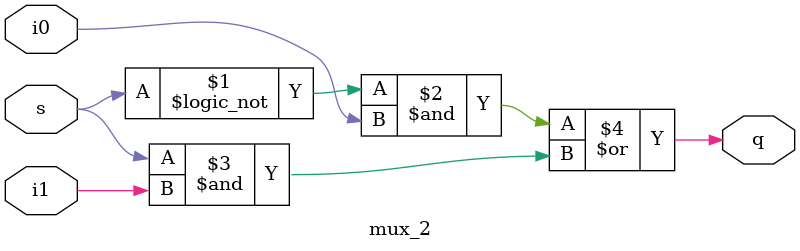
<source format=v>
module mux_2(i0,i1,s,q);
    
input i1,i0,s;
output q;
										//s =1 then i1 is choosen
assign q= (!s & i0)|(s & i1);

endmodule

</source>
